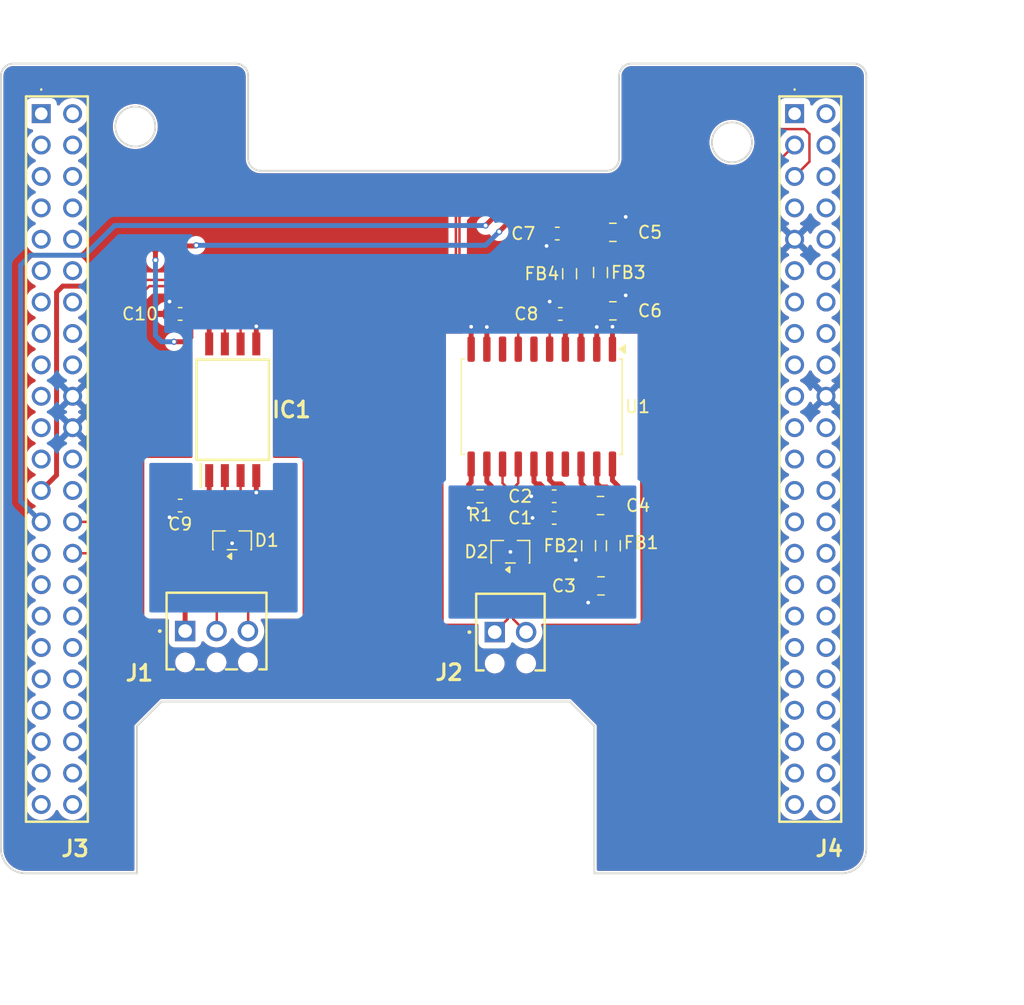
<source format=kicad_pcb>
(kicad_pcb (version 20241229) (generator "pcbnew") (generator_version "9.0")
  (title_block (rev "${REVISION}") (company "Author:") (comment 1 "Reviewer:"))
  (layers (0 "F.Cu" signal) (4 "In1.Cu" signal) (6 "In2.Cu" signal) (2 "B.Cu" signal) (13 "F.Paste" user) (15 "B.Paste" user) (5 "F.SilkS" user "F.Silkscreen") (7 "B.SilkS" user "B.Silkscreen") (1 "F.Mask" user) (3 "B.Mask" user) (25 "Edge.Cuts" user))
  (property "REVISION" "1.0")
  (net 0 "")
  (net 47 "GND")
  (net 81 "+3V3")
  (net 82 "+5V")
  (net 83 "/can/VISOIN")
  (net 84 "CAN_GND_ISO")
  (net 85 "/can/VISOOUT")
  (net 86 "/can/GNDISO")
  (net 87 "/can/VCC")
  (net 88 "/can/VIO")
  (net 89 "GNDREF")
  (net 90 "O_UART_TX")
  (net 91 "O_UART_RX")
  (net 92 "UART_RX")
  (net 93 "UART_TX")
  (net 94 "CAN_RX")
  (net 95 "CAN_TX")
  (net 99 "/can/RS")
  (net 103 "CAN_P")
  (net 104 "CAN_N")
  (net 105 "+3V")
  (footprint "Inductor_SMD:L_0805_2012Metric_Pad1.05x1.20mm_HandSolder" (layer "F.Cu") (at 165.5375 89.5 90)
    (property "Reference" "FB1" (at 0.25 2.25 180) (layer "F.SilkS"))
    (property "Value" "2K@100MHz")
    (pad "1" smd roundrect (at -1.15 0 90) (size 1.05 1.2) (layers "F.Cu" "F.Mask" "F.Paste") (roundrect_rratio 0.238095) (net 83 "/can/VISOIN"))
    (pad "2" smd roundrect (at 1.15 0 90) (size 1.05 1.2) (layers "F.Cu" "F.Mask" "F.Paste") (roundrect_rratio 0.238095) (net 85 "/can/VISOOUT"))
  )
  (footprint "Capacitor_SMD:C_0805_2012Metric_Pad1.18x1.45mm_HandSolder" (layer "F.Cu") (at 164.5375 92.75)
    (property "Reference" "C3" (at -3 0 0) (layer "F.SilkS"))
    (property "Value" "47u")
    (pad "1" smd roundrect (at -1.0375 0) (size 1.175 1.45) (layers "F.Cu" "F.Mask" "F.Paste") (roundrect_rratio 0.212766) (net 84 "CAN_GND_ISO"))
    (pad "2" smd roundrect (at 1.0375 0) (size 1.175 1.45) (layers "F.Cu" "F.Mask" "F.Paste") (roundrect_rratio 0.212766) (net 83 "/can/VISOIN"))
  )
  (footprint "PLC_STM:SOIC127P1150X280-8N" (layer "F.Cu") (at 134.75 78.5 90)
    (property "Reference" "IC1" (at 0 4.75 180) (layer "F.SilkS") (effects (font (size 1.27 1.27) (thickness 0.254))))
    (property "Value" "ISO7721FQDWVRQ1" (hide yes))
    (pad "1" smd rect (at -5.325 -1.905 180) (size 0.65 1.85) (layers "F.Cu" "F.Mask" "F.Paste") (net 105 "+3V"))
    (pad "2" smd rect (at -5.325 -0.635 180) (size 0.65 1.85) (layers "F.Cu" "F.Mask" "F.Paste") (net 90 "O_UART_TX"))
    (pad "3" smd rect (at -5.325 0.635 180) (size 0.65 1.85) (layers "F.Cu" "F.Mask" "F.Paste") (net 91 "O_UART_RX"))
    (pad "4" smd rect (at -5.325 1.905 180) (size 0.65 1.85) (layers "F.Cu" "F.Mask" "F.Paste") (net 89 "GNDREF"))
    (pad "5" smd rect (at 5.325 1.905 180) (size 0.65 1.85) (layers "F.Cu" "F.Mask" "F.Paste") (net 47 "GND"))
    (pad "6" smd rect (at 5.325 0.635 180) (size 0.65 1.85) (layers "F.Cu" "F.Mask" "F.Paste") (net 93 "UART_TX"))
    (pad "7" smd rect (at 5.325 -0.635 180) (size 0.65 1.85) (layers "F.Cu" "F.Mask" "F.Paste") (net 92 "UART_RX"))
    (pad "8" smd rect (at 5.325 -1.905 180) (size 0.65 1.85) (layers "F.Cu" "F.Mask" "F.Paste") (net 81 "+3V3"))
  )
  (footprint "PLC_STM:PRT12790" (layer "F.Cu") (at 180.2 54.55 -90)
    (property "Reference" "J4" (at 59.45 -2.8 0) (layer "F.SilkS") (effects (font (size 1.27 1.27) (thickness 0.254))))
    (property "Value" "NUCLEO RIGHT" (hide yes))
    (pad "1" thru_hole rect (at 0 0 270) (size 1.53 1.53) (drill 1.02) (layers "*.Cu" "*.Mask"))
    (pad "2" thru_hole circle (at 0 -2.54 270) (size 1.53 1.53) (drill 1.02) (layers "*.Cu" "*.Mask"))
    (pad "3" thru_hole circle (at 2.54 0 270) (size 1.53 1.53) (drill 1.02) (layers "*.Cu" "*.Mask") (net 94 "CAN_RX"))
    (pad "4" thru_hole circle (at 2.54 -2.54 270) (size 1.53 1.53) (drill 1.02) (layers "*.Cu" "*.Mask"))
    (pad "5" thru_hole circle (at 5.08 0 270) (size 1.53 1.53) (drill 1.02) (layers "*.Cu" "*.Mask") (net 95 "CAN_TX"))
    (pad "6" thru_hole circle (at 5.08 -2.54 270) (size 1.53 1.53) (drill 1.02) (layers "*.Cu" "*.Mask"))
    (pad "7" thru_hole circle (at 7.62 0 270) (size 1.53 1.53) (drill 1.02) (layers "*.Cu" "*.Mask"))
    (pad "8" thru_hole circle (at 7.62 -2.54 270) (size 1.53 1.53) (drill 1.02) (layers "*.Cu" "*.Mask"))
    (pad "9" thru_hole circle (at 10.16 0 270) (size 1.53 1.53) (drill 1.02) (layers "*.Cu" "*.Mask") (net 47 "GND"))
    (pad "10" thru_hole circle (at 10.16 -2.54 270) (size 1.53 1.53) (drill 1.02) (layers "*.Cu" "*.Mask"))
    (pad "11" thru_hole circle (at 12.7 0 270) (size 1.53 1.53) (drill 1.02) (layers "*.Cu" "*.Mask"))
    (pad "12" thru_hole circle (at 12.7 -2.54 270) (size 1.53 1.53) (drill 1.02) (layers "*.Cu" "*.Mask"))
    (pad "13" thru_hole circle (at 15.24 0 270) (size 1.53 1.53) (drill 1.02) (layers "*.Cu" "*.Mask"))
    (pad "14" thru_hole circle (at 15.24 -2.54 270) (size 1.53 1.53) (drill 1.02) (layers "*.Cu" "*.Mask"))
    (pad "15" thru_hole circle (at 17.78 0 270) (size 1.53 1.53) (drill 1.02) (layers "*.Cu" "*.Mask"))
    (pad "16" thru_hole circle (at 17.78 -2.54 270) (size 1.53 1.53) (drill 1.02) (layers "*.Cu" "*.Mask"))
    (pad "17" thru_hole circle (at 20.32 0 270) (size 1.53 1.53) (drill 1.02) (layers "*.Cu" "*.Mask"))
    (pad "18" thru_hole circle (at 20.32 -2.54 270) (size 1.53 1.53) (drill 1.02) (layers "*.Cu" "*.Mask"))
    (pad "19" thru_hole circle (at 22.86 0 270) (size 1.53 1.53) (drill 1.02) (layers "*.Cu" "*.Mask"))
    (pad "20" thru_hole circle (at 22.86 -2.54 270) (size 1.53 1.53) (drill 1.02) (layers "*.Cu" "*.Mask") (net 47 "GND"))
    (pad "21" thru_hole circle (at 25.4 0 270) (size 1.53 1.53) (drill 1.02) (layers "*.Cu" "*.Mask"))
    (pad "22" thru_hole circle (at 25.4 -2.54 270) (size 1.53 1.53) (drill 1.02) (layers "*.Cu" "*.Mask"))
    (pad "23" thru_hole circle (at 27.94 0 270) (size 1.53 1.53) (drill 1.02) (layers "*.Cu" "*.Mask"))
    (pad "24" thru_hole circle (at 27.94 -2.54 270) (size 1.53 1.53) (drill 1.02) (layers "*.Cu" "*.Mask"))
    (pad "25" thru_hole circle (at 30.48 0 270) (size 1.53 1.53) (drill 1.02) (layers "*.Cu" "*.Mask"))
    (pad "26" thru_hole circle (at 30.48 -2.54 270) (size 1.53 1.53) (drill 1.02) (layers "*.Cu" "*.Mask"))
    (pad "27" thru_hole circle (at 33.02 0 270) (size 1.53 1.53) (drill 1.02) (layers "*.Cu" "*.Mask"))
    (pad "28" thru_hole circle (at 33.02 -2.54 270) (size 1.53 1.53) (drill 1.02) (layers "*.Cu" "*.Mask"))
    (pad "29" thru_hole circle (at 35.56 0 270) (size 1.53 1.53) (drill 1.02) (layers "*.Cu" "*.Mask"))
    (pad "30" thru_hole circle (at 35.56 -2.54 270) (size 1.53 1.53) (drill 1.02) (layers "*.Cu" "*.Mask"))
    (pad "31" thru_hole circle (at 38.1 0 270) (size 1.53 1.53) (drill 1.02) (layers "*.Cu" "*.Mask"))
    (pad "32" thru_hole circle (at 38.1 -2.54 270) (size 1.53 1.53) (drill 1.02) (layers "*.Cu" "*.Mask"))
    (pad "33" thru_hole circle (at 40.64 0 270) (size 1.53 1.53) (drill 1.02) (layers "*.Cu" "*.Mask"))
    (pad "34" thru_hole circle (at 40.64 -2.54 270) (size 1.53 1.53) (drill 1.02) (layers "*.Cu" "*.Mask"))
    (pad "35" thru_hole circle (at 43.18 0 270) (size 1.53 1.53) (drill 1.02) (layers "*.Cu" "*.Mask"))
    (pad "36" thru_hole circle (at 43.18 -2.54 270) (size 1.53 1.53) (drill 1.02) (layers "*.Cu" "*.Mask"))
    (pad "37" thru_hole circle (at 45.72 0 270) (size 1.53 1.53) (drill 1.02) (layers "*.Cu" "*.Mask"))
    (pad "38" thru_hole circle (at 45.72 -2.54 270) (size 1.53 1.53) (drill 1.02) (layers "*.Cu" "*.Mask"))
    (pad "39" thru_hole circle (at 48.26 0 270) (size 1.53 1.53) (drill 1.02) (layers "*.Cu" "*.Mask"))
    (pad "40" thru_hole circle (at 48.26 -2.54 270) (size 1.53 1.53) (drill 1.02) (layers "*.Cu" "*.Mask"))
    (pad "41" thru_hole circle (at 50.8 0 270) (size 1.53 1.53) (drill 1.02) (layers "*.Cu" "*.Mask"))
    (pad "42" thru_hole circle (at 50.8 -2.54 270) (size 1.53 1.53) (drill 1.02) (layers "*.Cu" "*.Mask"))
    (pad "43" thru_hole circle (at 53.34 0 270) (size 1.53 1.53) (drill 1.02) (layers "*.Cu" "*.Mask"))
    (pad "44" thru_hole circle (at 53.34 -2.54 270) (size 1.53 1.53) (drill 1.02) (layers "*.Cu" "*.Mask"))
    (pad "45" thru_hole circle (at 55.88 0 270) (size 1.53 1.53) (drill 1.02) (layers "*.Cu" "*.Mask"))
    (pad "46" thru_hole circle (at 55.88 -2.54 270) (size 1.53 1.53) (drill 1.02) (layers "*.Cu" "*.Mask"))
  )
  (footprint "Capacitor_SMD:C_0603_1608Metric_Pad1.08x0.95mm_HandSolder" (layer "F.Cu") (at 130.5 86.25)
    (property "Reference" "C9" (at 0 1.5 0) (layer "F.SilkS"))
    (property "Value" "100n")
    (pad "1" smd roundrect (at -0.8625 0) (size 1.075 0.95) (layers "F.Cu" "F.Mask" "F.Paste") (net 89 "GNDREF"))
    (pad "2" smd roundrect (at 0.8625 0) (size 1.075 0.95) (layers "F.Cu" "F.Mask" "F.Paste") (net 105 "+3V"))
  )
  (footprint "Package_TO_SOT_SMD:SOT-23" (layer "F.Cu") (at 134.7 89.0625 90)
    (property "Reference" "D1" (at 0 2.8 180) (layer "F.SilkS"))
    (property "Value" "SP0502BAHT")
    (pad "1" smd roundrect (at -0.9375 -0.95 90) (size 1.475 0.6) (layers "F.Cu" "F.Mask" "F.Paste") (net 90 "O_UART_TX"))
    (pad "2" smd roundrect (at -0.9375 0.95 90) (size 1.475 0.6) (layers "F.Cu" "F.Mask" "F.Paste") (net 91 "O_UART_RX"))
    (pad "3" smd roundrect (at 0.9375 0 90) (size 1.475 0.6) (layers "F.Cu" "F.Mask" "F.Paste") (net 89 "GNDREF"))
  )
  (footprint "Capacitor_SMD:C_0603_1608Metric_Pad1.08x0.95mm_HandSolder" (layer "F.Cu") (at 161 64.25 180)
    (property "Reference" "C7" (at 2.75 0 0) (layer "F.SilkS"))
    (property "Value" "100n")
    (pad "1" smd roundrect (at -0.8625 0 180) (size 1.075 0.95) (layers "F.Cu" "F.Mask" "F.Paste") (net 81 "+3V3"))
    (pad "2" smd roundrect (at 0.8625 0 180) (size 1.075 0.95) (layers "F.Cu" "F.Mask" "F.Paste") (net 47 "GND"))
  )
  (footprint "Inductor_SMD:L_0805_2012Metric_Pad1.05x1.20mm_HandSolder" (layer "F.Cu") (at 162 67.5 90)
    (property "Reference" "FB4" (at 0 -2.25 0) (layer "F.SilkS"))
    (property "Value" "2K@100MHz")
    (pad "1" smd roundrect (at -1.15 0 90) (size 1.05 1.2) (layers "F.Cu" "F.Mask" "F.Paste") (roundrect_rratio 0.238095) (net 88 "/can/VIO"))
    (pad "2" smd roundrect (at 1.15 0 90) (size 1.05 1.2) (layers "F.Cu" "F.Mask" "F.Paste") (roundrect_rratio 0.238095) (net 81 "+3V3"))
  )
  (footprint "Package_SO:SOIC-20W_7.5x12.8mm_P1.27mm" (layer "F.Cu") (at 159.75 78.25 -90)
    (property "Reference" "U1" (at 0 -7.75 180) (layer "F.SilkS"))
    (property "Value" "ADM3057ExRW")
    (pad "1" smd roundrect (at -4.65 -5.715 270) (size 2.05 0.6) (layers "F.Cu" "F.Mask" "F.Paste") (net 47 "GND"))
    (pad "2" smd roundrect (at -4.65 -4.445 270) (size 2.05 0.6) (layers "F.Cu" "F.Mask" "F.Paste") (net 47 "GND"))
    (pad "3" smd roundrect (at -4.65 -3.175 270) (size 2.05 0.6) (layers "F.Cu" "F.Mask" "F.Paste") (net 87 "/can/VCC"))
    (pad "4" smd roundrect (at -4.65 -1.905 270) (size 2.05 0.6) (layers "F.Cu" "F.Mask" "F.Paste") (net 88 "/can/VIO"))
    (pad "5" smd roundrect (at -4.65 -0.635 270) (size 2.05 0.6) (layers "F.Cu" "F.Mask" "F.Paste") (net 94 "CAN_RX"))
    (pad "6" smd roundrect (at -4.65 0.635 270) (size 2.05 0.6) (layers "F.Cu" "F.Mask" "F.Paste"))
    (pad "7" smd roundrect (at -4.65 1.905 270) (size 2.05 0.6) (layers "F.Cu" "F.Mask" "F.Paste") (net 95 "CAN_TX"))
    (pad "8" smd roundrect (at -4.65 3.175 270) (size 2.05 0.6) (layers "F.Cu" "F.Mask" "F.Paste"))
    (pad "9" smd roundrect (at -4.65 4.445 270) (size 2.05 0.6) (layers "F.Cu" "F.Mask" "F.Paste") (net 47 "GND"))
    (pad "10" smd roundrect (at -4.65 5.715 270) (size 2.05 0.6) (layers "F.Cu" "F.Mask" "F.Paste") (net 47 "GND"))
    (pad "11" smd roundrect (at 4.65 5.715 270) (size 2.05 0.6) (layers "F.Cu" "F.Mask" "F.Paste") (net 84 "CAN_GND_ISO"))
    (pad "12" smd roundrect (at 4.65 4.445 270) (size 2.05 0.6) (layers "F.Cu" "F.Mask" "F.Paste") (net 99 "/can/RS"))
    (pad "13" smd roundrect (at 4.65 3.175 270) (size 2.05 0.6) (layers "F.Cu" "F.Mask" "F.Paste") (net 104 "CAN_N"))
    (pad "14" smd roundrect (at 4.65 1.905 270) (size 2.05 0.6) (layers "F.Cu" "F.Mask" "F.Paste") (net 103 "CAN_P"))
    (pad "15" smd roundrect (at 4.65 0.635 270) (size 2.05 0.6) (layers "F.Cu" "F.Mask" "F.Paste") (net 84 "CAN_GND_ISO"))
    (pad "16" smd roundrect (at 4.65 -0.635 270) (size 2.05 0.6) (layers "F.Cu" "F.Mask" "F.Paste") (net 83 "/can/VISOIN"))
    (pad "17" smd roundrect (at 4.65 -1.905 270) (size 2.05 0.6) (layers "F.Cu" "F.Mask" "F.Paste"))
    (pad "18" smd roundrect (at 4.65 -3.175 270) (size 2.05 0.6) (layers "F.Cu" "F.Mask" "F.Paste") (net 86 "/can/GNDISO"))
    (pad "19" smd roundrect (at 4.65 -4.445 270) (size 2.05 0.6) (layers "F.Cu" "F.Mask" "F.Paste") (net 85 "/can/VISOOUT"))
    (pad "20" smd roundrect (at 4.65 -5.715 270) (size 2.05 0.6) (layers "F.Cu" "F.Mask" "F.Paste") (net 86 "/can/GNDISO"))
  )
  (footprint "Capacitor_SMD:C_0603_1608Metric_Pad1.08x0.95mm_HandSolder" (layer "F.Cu") (at 160.75 87.25)
    (property "Reference" "C1" (at -2.75 0 0) (layer "F.SilkS"))
    (property "Value" "100n")
    (pad "1" smd roundrect (at -0.8625 0) (size 1.075 0.95) (layers "F.Cu" "F.Mask" "F.Paste") (net 84 "CAN_GND_ISO"))
    (pad "2" smd roundrect (at 0.8625 0) (size 1.075 0.95) (layers "F.Cu" "F.Mask" "F.Paste") (net 83 "/can/VISOIN"))
  )
  (footprint "Resistor_SMD:R_0603_1608Metric_Pad0.98x0.95mm_HandSolder" (layer "F.Cu") (at 154.75 85.5)
    (property "Reference" "R1" (at 0 1.5 0) (layer "F.SilkS"))
    (property "Value" "100k")
    (pad "1" smd roundrect (at -0.9125 0) (size 0.975 0.95) (layers "F.Cu" "F.Mask" "F.Paste") (net 84 "CAN_GND_ISO"))
    (pad "2" smd roundrect (at 0.9125 0) (size 0.975 0.95) (layers "F.Cu" "F.Mask" "F.Paste") (net 99 "/can/RS"))
  )
  (footprint "Capacitor_SMD:C_0603_1608Metric_Pad1.08x0.95mm_HandSolder" (layer "F.Cu") (at 160.75 85.5 180)
    (property "Reference" "C2" (at 2.75 0 0) (layer "F.SilkS"))
    (property "Value" "10n")
    (pad "1" smd roundrect (at -0.8625 0 180) (size 1.075 0.95) (layers "F.Cu" "F.Mask" "F.Paste") (net 83 "/can/VISOIN"))
    (pad "2" smd roundrect (at 0.8625 0 180) (size 1.075 0.95) (layers "F.Cu" "F.Mask" "F.Paste") (net 84 "CAN_GND_ISO"))
  )
  (footprint "Capacitor_SMD:C_0805_2012Metric_Pad1.18x1.45mm_HandSolder" (layer "F.Cu") (at 164.5 86.25)
    (property "Reference" "C4" (at 3.0375 0 0) (layer "F.SilkS"))
    (property "Value" "47u")
    (pad "1" smd roundrect (at -1.0375 0) (size 1.175 1.45) (layers "F.Cu" "F.Mask" "F.Paste") (roundrect_rratio 0.212766) (net 86 "/can/GNDISO"))
    (pad "2" smd roundrect (at 1.0375 0) (size 1.175 1.45) (layers "F.Cu" "F.Mask" "F.Paste") (roundrect_rratio 0.212766) (net 85 "/can/VISOOUT"))
  )
  (footprint "PLC_STM:1725669" (layer "F.Cu") (at 130.9 96.4)
    (property "Reference" "J1" (at -3.7 3.4 0) (layer "F.SilkS") (effects (font (size 1.27 1.27) (thickness 0.254))))
    (property "Value" "UART" (hide yes))
    (pad "" np_thru_hole circle (at 0 2.54) (size 1.1 1.1) (drill 1.1) (layers "*.Cu" "*.Mask"))
    (pad "" np_thru_hole circle (at 2.54 2.54) (size 1.1 1.1) (drill 1.1) (layers "*.Cu" "*.Mask"))
    (pad "" np_thru_hole circle (at 5.08 2.54) (size 1.1 1.1) (drill 1.1) (layers "*.Cu" "*.Mask"))
    (pad "1" thru_hole rect (at 0 0) (size 1.65 1.65) (drill 1.1) (layers "*.Cu" "*.Mask") (net 105 "+3V"))
    (pad "2" thru_hole circle (at 2.54 0) (size 1.65 1.65) (drill 1.1) (layers "*.Cu" "*.Mask") (net 90 "O_UART_TX"))
    (pad "3" thru_hole circle (at 5.08 0) (size 1.65 1.65) (drill 1.1) (layers "*.Cu" "*.Mask") (net 91 "O_UART_RX"))
  )
  (footprint "PLC_STM:1725656" (layer "F.Cu") (at 155.941 96.485251)
    (property "Reference" "J2" (at -3.691 3.264749 0) (layer "F.SilkS") (effects (font (size 1.27 1.27) (thickness 0.254))))
    (property "Value" "CAN" (hide yes))
    (pad "" np_thru_hole circle (at 0 2.54) (size 1.1 1.1) (drill 1.1) (layers "*.Cu" "*.Mask"))
    (pad "" np_thru_hole circle (at 2.54 2.54) (size 1.1 1.1) (drill 1.1) (layers "*.Cu" "*.Mask"))
    (pad "1" thru_hole rect (at 0 0) (size 1.65 1.65) (drill 1.1) (layers "*.Cu" "*.Mask") (net 104 "CAN_N"))
    (pad "2" thru_hole circle (at 2.54 0) (size 1.65 1.65) (drill 1.1) (layers "*.Cu" "*.Mask") (net 103 "CAN_P"))
  )
  (footprint "Capacitor_SMD:C_0805_2012Metric_Pad1.18x1.45mm_HandSolder" (layer "F.Cu") (at 165.5 64.15 180)
    (property "Reference" "C5" (at -3 0 0) (layer "F.SilkS"))
    (property "Value" "47u")
    (pad "1" smd roundrect (at -1.0375 0 180) (size 1.175 1.45) (layers "F.Cu" "F.Mask" "F.Paste") (roundrect_rratio 0.212766) (net 47 "GND"))
    (pad "2" smd roundrect (at 1.0375 0 180) (size 1.175 1.45) (layers "F.Cu" "F.Mask" "F.Paste") (roundrect_rratio 0.212766) (net 82 "+5V"))
  )
  (footprint "Capacitor_SMD:C_0805_2012Metric_Pad1.18x1.45mm_HandSolder" (layer "F.Cu") (at 165.5 70.5)
    (property "Reference" "C6" (at 3 0 0) (layer "F.SilkS"))
    (property "Value" "47u")
    (pad "1" smd roundrect (at -1.0375 0) (size 1.175 1.45) (layers "F.Cu" "F.Mask" "F.Paste") (roundrect_rratio 0.212766) (net 87 "/can/VCC"))
    (pad "2" smd roundrect (at 1.0375 0) (size 1.175 1.45) (layers "F.Cu" "F.Mask" "F.Paste") (roundrect_rratio 0.212766) (net 47 "GND"))
  )
  (footprint "Inductor_SMD:L_0805_2012Metric_Pad1.05x1.20mm_HandSolder" (layer "F.Cu") (at 164.5 67.4 90)
    (property "Reference" "FB3" (at 0 2.25 180) (layer "F.SilkS"))
    (property "Value" "2K@100MHz")
    (pad "1" smd roundrect (at -1.15 0 90) (size 1.05 1.2) (layers "F.Cu" "F.Mask" "F.Paste") (roundrect_rratio 0.238095) (net 87 "/can/VCC"))
    (pad "2" smd roundrect (at 1.15 0 90) (size 1.05 1.2) (layers "F.Cu" "F.Mask" "F.Paste") (roundrect_rratio 0.238095) (net 82 "+5V"))
  )
  (footprint "PLC_STM:PRT12790" (layer "F.Cu") (at 119.26 54.55 -90)
    (property "Reference" "J3" (at 59.45 -2.74 0) (layer "F.SilkS") (effects (font (size 1.27 1.27) (thickness 0.254))))
    (property "Value" "NUCLEO LEFT" (hide yes))
    (pad "1" thru_hole rect (at 0 0 270) (size 1.53 1.53) (drill 1.02) (layers "*.Cu" "*.Mask"))
    (pad "2" thru_hole circle (at 0 -2.54 270) (size 1.53 1.53) (drill 1.02) (layers "*.Cu" "*.Mask"))
    (pad "3" thru_hole circle (at 2.54 0 270) (size 1.53 1.53) (drill 1.02) (layers "*.Cu" "*.Mask"))
    (pad "4" thru_hole circle (at 2.54 -2.54 270) (size 1.53 1.53) (drill 1.02) (layers "*.Cu" "*.Mask"))
    (pad "5" thru_hole circle (at 5.08 0 270) (size 1.53 1.53) (drill 1.02) (layers "*.Cu" "*.Mask"))
    (pad "6" thru_hole circle (at 5.08 -2.54 270) (size 1.53 1.53) (drill 1.02) (layers "*.Cu" "*.Mask"))
    (pad "7" thru_hole circle (at 7.62 0 270) (size 1.53 1.53) (drill 1.02) (layers "*.Cu" "*.Mask"))
    (pad "8" thru_hole circle (at 7.62 -2.54 270) (size 1.53 1.53) (drill 1.02) (layers "*.Cu" "*.Mask"))
    (pad "9" thru_hole circle (at 10.16 0 270) (size 1.53 1.53) (drill 1.02) (layers "*.Cu" "*.Mask"))
    (pad "10" thru_hole circle (at 10.16 -2.54 270) (size 1.53 1.53) (drill 1.02) (layers "*.Cu" "*.Mask"))
    (pad "11" thru_hole circle (at 12.7 0 270) (size 1.53 1.53) (drill 1.02) (layers "*.Cu" "*.Mask"))
    (pad "12" thru_hole circle (at 12.7 -2.54 270) (size 1.53 1.53) (drill 1.02) (layers "*.Cu" "*.Mask"))
    (pad "13" thru_hole circle (at 15.24 0 270) (size 1.53 1.53) (drill 1.02) (layers "*.Cu" "*.Mask"))
    (pad "14" thru_hole circle (at 15.24 -2.54 270) (size 1.53 1.53) (drill 1.02) (layers "*.Cu" "*.Mask"))
    (pad "15" thru_hole circle (at 17.78 0 270) (size 1.53 1.53) (drill 1.02) (layers "*.Cu" "*.Mask"))
    (pad "16" thru_hole circle (at 17.78 -2.54 270) (size 1.53 1.53) (drill 1.02) (layers "*.Cu" "*.Mask"))
    (pad "17" thru_hole circle (at 20.32 0 270) (size 1.53 1.53) (drill 1.02) (layers "*.Cu" "*.Mask"))
    (pad "18" thru_hole circle (at 20.32 -2.54 270) (size 1.53 1.53) (drill 1.02) (layers "*.Cu" "*.Mask"))
    (pad "19" thru_hole circle (at 22.86 0 270) (size 1.53 1.53) (drill 1.02) (layers "*.Cu" "*.Mask"))
    (pad "20" thru_hole circle (at 22.86 -2.54 270) (size 1.53 1.53) (drill 1.02) (layers "*.Cu" "*.Mask") (net 47 "GND"))
    (pad "21" thru_hole circle (at 25.4 0 270) (size 1.53 1.53) (drill 1.02) (layers "*.Cu" "*.Mask"))
    (pad "22" thru_hole circle (at 25.4 -2.54 270) (size 1.53 1.53) (drill 1.02) (layers "*.Cu" "*.Mask") (net 47 "GND"))
    (pad "23" thru_hole circle (at 27.94 0 270) (size 1.53 1.53) (drill 1.02) (layers "*.Cu" "*.Mask"))
    (pad "24" thru_hole circle (at 27.94 -2.54 270) (size 1.53 1.53) (drill 1.02) (layers "*.Cu" "*.Mask"))
    (pad "25" thru_hole circle (at 30.48 0 270) (size 1.53 1.53) (drill 1.02) (layers "*.Cu" "*.Mask") (net 81 "+3V3"))
    (pad "26" thru_hole circle (at 30.48 -2.54 270) (size 1.53 1.53) (drill 1.02) (layers "*.Cu" "*.Mask"))
    (pad "27" thru_hole circle (at 33.02 0 270) (size 1.53 1.53) (drill 1.02) (layers "*.Cu" "*.Mask") (net 82 "+5V"))
    (pad "28" thru_hole circle (at 33.02 -2.54 270) (size 1.53 1.53) (drill 1.02) (layers "*.Cu" "*.Mask") (net 93 "UART_TX"))
    (pad "29" thru_hole circle (at 35.56 0 270) (size 1.53 1.53) (drill 1.02) (layers "*.Cu" "*.Mask"))
    (pad "30" thru_hole circle (at 35.56 -2.54 270) (size 1.53 1.53) (drill 1.02) (layers "*.Cu" "*.Mask") (net 92 "UART_RX"))
    (pad "31" thru_hole circle (at 38.1 0 270) (size 1.53 1.53) (drill 1.02) (layers "*.Cu" "*.Mask"))
    (pad "32" thru_hole circle (at 38.1 -2.54 270) (size 1.53 1.53) (drill 1.02) (layers "*.Cu" "*.Mask"))
    (pad "33" thru_hole circle (at 40.64 0 270) (size 1.53 1.53) (drill 1.02) (layers "*.Cu" "*.Mask"))
    (pad "34" thru_hole circle (at 40.64 -2.54 270) (size 1.53 1.53) (drill 1.02) (layers "*.Cu" "*.Mask"))
    (pad "35" thru_hole circle (at 43.18 0 270) (size 1.53 1.53) (drill 1.02) (layers "*.Cu" "*.Mask"))
    (pad "36" thru_hole circle (at 43.18 -2.54 270) (size 1.53 1.53) (drill 1.02) (layers "*.Cu" "*.Mask"))
    (pad "37" thru_hole circle (at 45.72 0 270) (size 1.53 1.53) (drill 1.02) (layers "*.Cu" "*.Mask"))
    (pad "38" thru_hole circle (at 45.72 -2.54 270) (size 1.53 1.53) (drill 1.02) (layers "*.Cu" "*.Mask"))
    (pad "39" thru_hole circle (at 48.26 0 270) (size 1.53 1.53) (drill 1.02) (layers "*.Cu" "*.Mask"))
    (pad "40" thru_hole circle (at 48.26 -2.54 270) (size 1.53 1.53) (drill 1.02) (layers "*.Cu" "*.Mask"))
    (pad "41" thru_hole circle (at 50.8 0 270) (size 1.53 1.53) (drill 1.02) (layers "*.Cu" "*.Mask"))
    (pad "42" thru_hole circle (at 50.8 -2.54 270) (size 1.53 1.53) (drill 1.02) (layers "*.Cu" "*.Mask"))
    (pad "43" thru_hole circle (at 53.34 0 270) (size 1.53 1.53) (drill 1.02) (layers "*.Cu" "*.Mask"))
    (pad "44" thru_hole circle (at 53.34 -2.54 270) (size 1.53 1.53) (drill 1.02) (layers "*.Cu" "*.Mask"))
    (pad "45" thru_hole circle (at 55.88 0 270) (size 1.53 1.53) (drill 1.02) (layers "*.Cu" "*.Mask"))
    (pad "46" thru_hole circle (at 55.88 -2.54 270) (size 1.53 1.53) (drill 1.02) (layers "*.Cu" "*.Mask"))
  )
  (footprint "Package_TO_SOT_SMD:SOT-23-3" (layer "F.Cu") (at 157.211 89.985251 90)
    (property "Reference" "D2" (at 0 -2.75 180) (layer "F.SilkS"))
    (property "Value" "PESD5V0L2BT,215")
    (pad "1" smd roundrect (at -1.1375 -0.95 90) (size 1.325 0.6) (layers "F.Cu" "F.Mask" "F.Paste") (net 104 "CAN_N"))
    (pad "2" smd roundrect (at -1.1375 0.95 90) (size 1.325 0.6) (layers "F.Cu" "F.Mask" "F.Paste") (net 103 "CAN_P"))
    (pad "3" smd roundrect (at 1.1375 0 90) (size 1.325 0.6) (layers "F.Cu" "F.Mask" "F.Paste") (net 84 "CAN_GND_ISO"))
  )
  (footprint "Capacitor_SMD:C_0603_1608Metric_Pad1.08x0.95mm_HandSolder" (layer "F.Cu") (at 161.25 70.75 180)
    (property "Reference" "C8" (at 2.75 0 0) (layer "F.SilkS"))
    (property "Value" "10n")
    (pad "1" smd roundrect (at -0.8625 0 180) (size 1.075 0.95) (layers "F.Cu" "F.Mask" "F.Paste") (net 88 "/can/VIO"))
    (pad "2" smd roundrect (at 0.8625 0 180) (size 1.075 0.95) (layers "F.Cu" "F.Mask" "F.Paste") (net 47 "GND"))
  )
  (footprint "Capacitor_SMD:C_0603_1608Metric_Pad1.08x0.95mm_HandSolder" (layer "F.Cu") (at 130.5 70.75)
    (property "Reference" "C10" (at -3.25 0 0) (layer "F.SilkS"))
    (property "Value" "100n")
    (pad "1" smd roundrect (at -0.8625 0) (size 1.075 0.95) (layers "F.Cu" "F.Mask" "F.Paste") (net 47 "GND"))
    (pad "2" smd roundrect (at 0.8625 0) (size 1.075 0.95) (layers "F.Cu" "F.Mask" "F.Paste") (net 81 "+3V3"))
  )
  (footprint "Inductor_SMD:L_0805_2012Metric_Pad1.05x1.20mm_HandSolder" (layer "F.Cu") (at 163.5375 89.5 -90)
    (property "Reference" "FB2" (at 0 2.25 0) (layer "F.SilkS"))
    (property "Value" "2K@100MHz")
    (pad "1" smd roundrect (at -1.15 0 270) (size 1.05 1.2) (layers "F.Cu" "F.Mask" "F.Paste") (roundrect_rratio 0.238095) (net 86 "/can/GNDISO"))
    (pad "2" smd roundrect (at 1.15 0 270) (size 1.05 1.2) (layers "F.Cu" "F.Mask" "F.Paste") (roundrect_rratio 0.238095) (net 84 "CAN_GND_ISO"))
  )
  (gr_arc (start 118 116) (mid 116.585786 115.414214) (end 116 114) (stroke (width 0.15)) (layer "Edge.Cuts"))
  (gr_arc (start 166 58.17) (mid 165.707107 58.877107) (end 165 59.17) (stroke (width 0.15)) (layer "Edge.Cuts"))
  (gr_line (start 185 50.5) (end 167 50.5) (stroke (width 0.15)) (layer "Edge.Cuts"))
  (gr_line (start 164 104.1) (end 162 102.1) (stroke (width 0.15)) (layer "Edge.Cuts"))
  (gr_line (start 116 114) (end 116 51.5) (stroke (width 0.15)) (layer "Edge.Cuts"))
  (gr_circle (center 126.87 55.59) (end 128.49 55.59) (stroke (width 0.15)) (fill no) (layer "Edge.Cuts"))
  (gr_arc (start 135 50.5) (mid 135.707107 50.792893) (end 136 51.5) (stroke (width 0.15)) (layer "Edge.Cuts"))
  (gr_line (start 166 51.5) (end 166 58.17) (stroke (width 0.15)) (layer "Edge.Cuts"))
  (gr_line (start 186 114) (end 186 51.5) (stroke (width 0.15)) (layer "Edge.Cuts"))
  (gr_circle (center 175.13 56.87) (end 176.75 56.87) (stroke (width 0.15)) (fill no) (layer "Edge.Cuts"))
  (gr_line (start 165 59.17) (end 137 59.17) (stroke (width 0.15)) (layer "Edge.Cuts"))
  (gr_arc (start 186 114) (mid 185.414214 115.414214) (end 184 116) (stroke (width 0.15)) (layer "Edge.Cuts"))
  (gr_arc (start 116 51.5) (mid 116.292893 50.792893) (end 117 50.5) (stroke (width 0.15)) (layer "Edge.Cuts"))
  (gr_arc (start 137 59.17) (mid 136.292893 58.877107) (end 136 58.17) (stroke (width 0.15)) (layer "Edge.Cuts"))
  (gr_line (start 127 116) (end 127 104.1) (stroke (width 0.15)) (layer "Edge.Cuts"))
  (gr_line (start 129 102.1) (end 162 102.1) (stroke (width 0.15)) (layer "Edge.Cuts"))
  (gr_line (start 117 50.5) (end 135 50.5) (stroke (width 0.15)) (layer "Edge.Cuts"))
  (gr_arc (start 185 50.5) (mid 185.707107 50.792893) (end 186 51.5) (stroke (width 0.15)) (layer "Edge.Cuts"))
  (gr_line (start 136 51.5) (end 136 58.17) (stroke (width 0.15)) (layer "Edge.Cuts"))
  (gr_line (start 164 116) (end 184 116) (stroke (width 0.15)) (layer "Edge.Cuts"))
  (gr_line (start 118 116) (end 127 116) (stroke (width 0.15)) (layer "Edge.Cuts"))
  (gr_line (start 164 104.1) (end 164 116) (stroke (width 0.15)) (layer "Edge.Cuts"))
  (gr_arc (start 166 51.5) (mid 166.292893 50.792893) (end 167 50.5) (stroke (width 0.15)) (layer "Edge.Cuts"))
  (gr_line (start 127 104.1) (end 129 102.1) (stroke (width 0.15)) (layer "Edge.Cuts"))
  (segment (start 165.465 71.785) (end 165.465 73.6) (width 0.4) (layer "F.Cu") (net 47))
  (segment (start 129.6375 69.75) (end 129.6375 70.75) (width 0.4) (layer "F.Cu") (net 47))
  (segment (start 164.195 71.805) (end 164.195 73.6) (width 0.4) (layer "F.Cu") (net 47))
  (segment (start 166.5375 62.9) (end 166.5375 64.15) (width 0.4) (layer "F.Cu") (net 47))
  (segment (start 136.655 71.75) (end 136.655 73.175) (width 0.4) (layer "F.Cu") (net 47))
  (segment (start 160.3875 69.75) (end 160.3875 70.75) (width 0.4) (layer "F.Cu") (net 47))
  (segment (start 155.305 71.805) (end 155.305 73.6) (width 0.4) (layer "F.Cu") (net 47))
  (segment (start 160.1375 65.25) (end 160.1375 64.25) (width 0.4) (layer "F.Cu") (net 47))
  (segment (start 166.5375 69.25) (end 166.5375 70.5) (width 0.4) (layer "F.Cu") (net 47))
  (segment (start 154.035 71.785) (end 154.035 73.6) (width 0.4) (layer "F.Cu") (net 47))
  (via (at 166.5375 69.25) (size 0.5) (drill 0.3) (layers "F.Cu" "B.Cu") (net 47))
  (via (at 165.465 71.785) (size 0.5) (drill 0.3) (layers "F.Cu" "B.Cu") (net 47))
  (via (at 154.035 71.785) (size 0.5) (drill 0.3) (layers "F.Cu" "B.Cu") (net 47))
  (via (at 129.6375 69.75) (size 0.5) (drill 0.3) (layers "F.Cu" "B.Cu") (net 47))
  (via (at 136.655 71.75) (size 0.5) (drill 0.3) (layers "F.Cu" "B.Cu") (net 47))
  (via (at 155.305 71.805) (size 0.5) (drill 0.3) (layers "F.Cu" "B.Cu") (net 47))
  (via (at 160.1375 65.25) (size 0.5) (drill 0.3) (layers "F.Cu" "B.Cu") (net 47))
  (via (at 160.3875 69.75) (size 0.5) (drill 0.3) (layers "F.Cu" "B.Cu") (net 47))
  (via (at 166.5375 62.9) (size 0.5) (drill 0.3) (layers "F.Cu" "B.Cu") (net 47))
  (via (at 164.195 71.805) (size 0.5) (drill 0.3) (layers "F.Cu" "B.Cu") (net 47))
  (segment (start 120.5 83.79) (end 120.5 69) (width 0.4) (layer "F.Cu") (net 81))
  (segment (start 158 63) (end 157.4 63) (width 0.4) (layer "F.Cu") (net 81))
  (segment (start 157.4 63) (end 156.3 64.1) (width 0.4) (layer "F.Cu") (net 81))
  (segment (start 120.5 69) (end 121 68.5) (width 0.4) (layer "F.Cu") (net 81))
  (segment (start 131 73) (end 130 73) (width 0.4) (layer "F.Cu") (net 81))
  (segment (start 131.8 65.2) (end 131.75 65.25) (width 0.4) (layer "F.Cu") (net 81))
  (segment (start 132.845 73.175) (end 132.845 71.445) (width 0.4) (layer "F.Cu") (net 81))
  (segment (start 161.8625 64.25) (end 161.8625 65.1125) (width 0.4) (layer "F.Cu") (net 81))
  (segment (start 161.8625 63.4625) (end 161.4 63) (width 0.4) (layer "F.Cu") (net 81))
  (segment (start 128.05 65.25) (end 128.5 65.7) (width 0.4) (layer "F.Cu") (net 81))
  (segment (start 128.95 65.25) (end 128.5 65.7) (width 0.4) (layer "F.Cu") (net 81))
  (segment (start 161.8625 64.25) (end 161.8625 63.4625) (width 0.4) (layer "F.Cu") (net 81))
  (segment (start 161.4 63) (end 158 63) (width 0.4) (layer "F.Cu") (net 81))
  (segment (start 121 68.5) (end 123 68.5) (width 0.4) (layer "F.Cu") (net 81))
  (segment (start 161.8625 65.1125) (end 162 65.25) (width 0.4) (layer "F.Cu") (net 81))
  (segment (start 126.25 65.25) (end 128.05 65.25) (width 0.4) (layer "F.Cu") (net 81))
  (segment (start 131.3625 72.6375) (end 131.3625 70.75) (width 0.4) (layer "F.Cu") (net 81))
  (segment (start 128.5 65.7) (end 128.5 66.4) (width 0.4) (layer "F.Cu") (net 81))
  (segment (start 131.75 65.25) (end 128.95 65.25) (width 0.4) (layer "F.Cu") (net 81))
  (segment (start 123 68.5) (end 126.25 65.25) (width 0.4) (layer "F.Cu") (net 81))
  (segment (start 119.26 85.03) (end 120.5 83.79) (width 0.4) (layer "F.Cu") (net 81))
  (segment (start 131.3625 72.6375) (end 131 73) (width 0.4) (layer "F.Cu") (net 81))
  (segment (start 162 65.25) (end 162 66.35) (width 0.4) (layer "F.Cu") (net 81))
  (segment (start 132.845 71.445) (end 132.15 70.75) (width 0.4) (layer "F.Cu") (net 81))
  (segment (start 132.15 70.75) (end 131.3625 70.75) (width 0.4) (layer "F.Cu") (net 81))
  (via (at 131.8 65.2) (size 0.5) (drill 0.3) (layers "F.Cu" "B.Cu") (net 81))
  (via (at 128.5 66.4) (size 0.5) (drill 0.3) (layers "F.Cu" "B.Cu") (net 81))
  (via (at 156.3 64.1) (size 0.5) (drill 0.3) (layers "F.Cu" "B.Cu") (net 81))
  (via (at 130 73) (size 0.5) (drill 0.3) (layers "F.Cu" "B.Cu") (net 81))
  (segment (start 156.3 64.1) (end 155.2 65.2) (width 0.4) (layer "B.Cu") (net 81))
  (segment (start 155.2 65.2) (end 131.8 65.2) (width 0.4) (layer "B.Cu") (net 81))
  (segment (start 129 73) (end 130 73) (width 0.4) (layer "B.Cu") (net 81))
  (segment (start 128.5 66.4) (end 128.5 72.5) (width 0.4) (layer "B.Cu") (net 81))
  (segment (start 128.5 72.5) (end 129 73) (width 0.4) (layer "B.Cu") (net 81))
  (segment (start 155.2 63.6) (end 156.4 62.4) (width 0.4) (layer "F.Cu") (net 82))
  (segment (start 156.4 62.4) (end 163.9 62.4) (width 0.4) (layer "F.Cu") (net 82))
  (segment (start 164.5 66.25) (end 164.5 64.1875) (width 0.4) (layer "F.Cu") (net 82))
  (segment (start 164.4625 62.9625) (end 164.4625 64.15) (width 0.4) (layer "F.Cu") (net 82))
  (segment (start 163.9 62.4) (end 164.4625 62.9625) (width 0.4) (layer "F.Cu") (net 82))
  (via (at 155.2 63.6) (size 0.5) (drill 0.3) (layers "F.Cu" "B.Cu") (net 82))
  (segment (start 117.6 66.8) (end 117.6 85.91) (width 0.4) (layer "B.Cu") (net 82))
  (segment (start 155.2 63.6) (end 125.2 63.6) (width 0.4) (layer "B.Cu") (net 82))
  (segment (start 122.79659 66.00341) (end 118.39659 66.00341) (width 0.4) (layer "B.Cu") (net 82))
  (segment (start 125.2 63.6) (end 122.79659 66.00341) (width 0.4) (layer "B.Cu") (net 82))
  (segment (start 118.39659 66.00341) (end 117.6 66.8) (width 0.4) (layer "B.Cu") (net 82))
  (segment (start 117.6 85.91) (end 119.26 87.57) (width 0.4) (layer "B.Cu") (net 82))
  (segment (start 165.575 92.75) (end 164.75 92.75) (width 0.4) (layer "F.Cu") (net 83))
  (segment (start 164.6 92.6) (end 164.6 92) (width 0.4) (layer "F.Cu") (net 83))
  (segment (start 164.2 91.6) (end 162.2125 91.6) (width 0.4) (layer "F.Cu") (net 83))
  (segment (start 165.5375 90.65) (end 165.5375 92.7125) (width 0.4) (layer "F.Cu") (net 83))
  (segment (start 162.2125 91.6) (end 161.6125 91) (width 0.4) (layer "F.Cu") (net 83))
  (segment (start 164.75 92.75) (end 164.6 92.6) (width 0.4) (layer "F.Cu") (net 83))
  (segment (start 160.385 84.185) (end 160.7 84.5) (width 0.4) (layer "F.Cu") (net 83))
  (segment (start 161.3 84.5) (end 161.6125 84.8125) (width 0.4) (layer "F.Cu") (net 83))
  (segment (start 164.6 92) (end 164.2 91.6) (width 0.4) (layer "F.Cu") (net 83))
  (segment (start 160.7 84.5) (end 161.3 84.5) (width 0.4) (layer "F.Cu") (net 83))
  (segment (start 161.6125 87.25) (end 161.6125 85.5) (width 0.4) (layer "F.Cu") (net 83))
  (segment (start 161.6125 87.25) (end 161.6125 91) (width 0.4) (layer "F.Cu") (net 83))
  (segment (start 161.6125 84.8125) (end 161.6125 85.5) (width 0.4) (layer "F.Cu") (net 83))
  (segment (start 160.385 82.9) (end 160.385 84.185) (width 0.4) (layer "F.Cu") (net 83))
  (segment (start 165.5375 92.7125) (end 165.575 92.75) (width 0.4) (layer "F.Cu") (net 83))
  (segment (start 157.211 90) (end 157.211 88.847751) (width 0.4) (layer "F.Cu") (net 84))
  (segment (start 154.035 84.365) (end 153.8375 84.5625) (width 0.4) (layer "F.Cu") (net 84))
  (segment (start 159.115 82.9) (end 159.115 84.315) (width 0.4) (layer "F.Cu") (net 84))
  (segment (start 162.5 90.65) (end 163.5375 90.65) (width 0.4) (layer "F.Cu") (net 84))
  (segment (start 159 87.25) (end 159.8875 87.25) (width 0.4) (layer "F.Cu") (net 84))
  (segment (start 154.035 82.9) (end 154.035 84.365) (width 0.4) (layer "F.Cu") (net 84))
  (segment (start 153.8375 86.4375) (end 153.8375 85.5) (width 0.4) (layer "F.Cu") (net 84))
  (segment (start 159.3 84.5) (end 159.6 84.5) (width 0.4) (layer "F.Cu") (net 84))
  (segment (start 159.6 84.5) (end 159.8875 84.7875) (width 0.4) (layer "F.Cu") (net 84))
  (segment (start 163.5 92.75) (end 163.5 94.1) (width 0.4) (layer "F.Cu") (net 84))
  (segment (start 159.8875 84.7875) (end 159.8875 85.5) (width 0.4) (layer "F.Cu") (net 84))
  (segment (start 159.115 84.315) (end 159.3 84.5) (width 0.4) (layer "F.Cu") (net 84))
  (segment (start 158.9 85.5) (end 159.8875 85.5) (width 0.4) (layer "F.Cu") (net 84))
  (segment (start 153.8375 84.5625) (end 153.8375 85.5) (width 0.4) (layer "F.Cu") (net 84))
  (via (at 153.8375 86.4375) (size 0.5) (drill 0.3) (layers "F.Cu" "B.Cu") (net 84))
  (via (at 162.5 90.65) (size 0.5) (drill 0.3) (layers "F.Cu" "B.Cu") (net 84))
  (via (at 158.9 85.5) (size 0.5) (drill 0.3) (layers "F.Cu" "B.Cu") (net 84))
  (via (at 157.211 90) (size 0.5) (drill 0.3) (layers "F.Cu" "B.Cu") (net 84))
  (via (at 159 87.25) (size 0.5) (drill 0.3) (layers "F.Cu" "B.Cu") (net 84))
  (via (at 163.5 94.1) (size 0.5) (drill 0.3) (layers "F.Cu" "B.Cu") (net 84))
  (segment (start 164.195 84.445) (end 164.195 82.9) (width 0.4) (layer "F.Cu") (net 85))
  (segment (start 165.5375 88.35) (end 165.5375 86.25) (width 0.4) (layer "F.Cu") (net 85))
  (segment (start 165.5375 86.25) (end 165.5375 85.2875) (width 0.4) (layer "F.Cu") (net 85))
  (segment (start 165 84.75) (end 164.5 84.75) (width 0.4) (layer "F.Cu") (net 85))
  (segment (start 165.5375 85.2875) (end 165 84.75) (width 0.4) (layer "F.Cu") (net 85))
  (segment (start 164.5 84.75) (end 164.195 84.445) (width 0.4) (layer "F.Cu") (net 85))
  (segment (start 166.75 89) (end 166.25 89.5) (width 0.4) (layer "F.Cu") (net 86))
  (segment (start 163.5375 89.2875) (end 163.5375 88.35) (width 0.4) (layer "F.Cu") (net 86))
  (segment (start 166.75 85.5) (end 166.75 89) (width 0.4) (layer "F.Cu") (net 86))
  (segment (start 165.465 82.9) (end 165.465 84.215) (width 0.4) (layer "F.Cu") (net 86))
  (segment (start 163.75 89.5) (end 163.5375 89.2875) (width 0.4) (layer "F.Cu") (net 86))
  (segment (start 166.25 89.5) (end 163.75 89.5) (width 0.4) (layer "F.Cu") (net 86))
  (segment (start 165.465 84.215) (end 166.75 85.5) (width 0.4) (layer "F.Cu") (net 86))
  (segment (start 163.5375 88.35) (end 163.5375 86.325) (width 0.4) (layer "F.Cu") (net 86))
  (segment (start 163.4625 84.9625) (end 163.4625 86.25) (width 0.4) (layer "F.Cu") (net 86))
  (segment (start 163.5375 86.325) (end 163.4625 86.25) (width 0.4) (layer "F.Cu") (net 86))
  (segment (start 162.925 82.9) (end 162.925 84.425) (width 0.4) (layer "F.Cu") (net 86))
  (segment (start 162.925 84.425) (end 163.4625 84.9625) (width 0.4) (layer "F.Cu") (net 86))
  (segment (start 162.925 72.075) (end 162.925 73.6) (width 0.4) (layer "F.Cu") (net 87))
  (segment (start 164.4625 70.5) (end 163.5 70.5) (width 0.4) (layer "F.Cu") (net 87))
  (segment (start 164.4625 70.5) (end 164.4625 68.5875) (width 0.4) (layer "F.Cu") (net 87))
  (segment (start 163.25 71.75) (end 162.925 72.075) (width 0.4) (layer "F.Cu") (net 87))
  (segment (start 164.4625 68.5875) (end 164.5 68.55) (width 0.4) (layer "F.Cu") (net 87))
  (segment (start 163.5 70.5) (end 163.25 70.75) (width 0.4) (layer "F.Cu") (net 87))
  (segment (start 163.25 70.75) (end 163.25 71.75) (width 0.4) (layer "F.Cu") (net 87))
  (segment (start 162.1125 71.8875) (end 162.1125 70.75) (width 0.4) (layer "F.Cu") (net 88))
  (segment (start 162.1125 69.7125) (end 162 69.6) (width 0.4) (layer "F.Cu") (net 88))
  (segment (start 162 69.6) (end 162 68.65) (width 0.4) (layer "F.Cu") (net 88))
  (segment (start 162.1125 70.75) (end 162.1125 69.7125) (width 0.4) (layer "F.Cu") (net 88))
  (segment (start 161.655 72.345) (end 162.1125 71.8875) (width 0.4) (layer "F.Cu") (net 88))
  (segment (start 161.655 73.6) (end 161.655 72.345) (width 0.4) (layer "F.Cu") (net 88))
  (segment (start 136.655 85.2) (end 136.655 83.825) (width 0.4) (layer "F.Cu") (net 89))
  (segment (start 134.7 89.3) (end 134.7 88.125) (width 0.4) (layer "F.Cu") (net 89))
  (segment (start 129.6375 87.2) (end 129.6375 86.25) (width 0.4) (layer "F.Cu") (net 89))
  (via (at 129.6375 87.2) (size 0.5) (drill 0.3) (layers "F.Cu" "B.Cu") (net 89))
  (via (at 136.655 85.2) (size 0.5) (drill 0.3) (layers "F.Cu" "B.Cu") (net 89))
  (via (at 134.7 89.3) (size 0.5) (drill 0.3) (layers "F.Cu" "B.Cu") (net 89))
  (segment (start 134.115 86.135) (end 134.115 83.825) (width 0.2) (layer "F.Cu") (net 90))
  (segment (start 133.75 92) (end 133.75 90) (width 0.2) (layer "F.Cu") (net 90))
  (segment (start 133.75 86.5) (end 134.115 86.135) (width 0.2) (layer "F.Cu") (net 90))
  (segment (start 133.46 96.46) (end 133.46 92.29) (width 0.2) (layer "F.Cu") (net 90))
  (segment (start 133.46 92.29) (end 133.75 92) (width 0.2) (layer "F.Cu") (net 90))
  (segment (start 133.75 90) (end 133.75 86.5) (width 0.2) (layer "F.Cu") (net 90))
  (segment (start 135.65 86.4) (end 135.385 86.135) (width 0.2) (layer "F.Cu") (net 91))
  (segment (start 136 96.46) (end 136 92.25) (width 0.2) (layer "F.Cu") (net 91))
  (segment (start 135.65 90) (end 135.65 86.4) (width 0.2) (layer "F.Cu") (net 91))
  (segment (start 136 92.25) (end 135.65 91.9) (width 0.2) (layer "F.Cu") (net 91))
  (segment (start 135.385 86.135) (end 135.385 83.825) (width 0.2) (layer "F.Cu") (net 91))
  (segment (start 135.65 91.9) (end 135.65 90) (width 0.2) (layer "F.Cu") (net 91))
  (segment (start 133.4 68.5) (end 134.115 69.215) (width 0.2) (layer "F.Cu") (net 92))
  (segment (start 123.89 90.11) (end 125.5 88.5) (width 0.2) (layer "F.Cu") (net 92))
  (segment (start 134.115 69.215) (end 134.115 73.175) (width 0.2) (layer "F.Cu") (net 92))
  (segment (start 125.5 71) (end 128 68.5) (width 0.2) (layer "F.Cu") (net 92))
  (segment (start 121.8 90.11) (end 123.89 90.11) (width 0.2) (layer "F.Cu") (net 92))
  (segment (start 125.5 88.5) (end 125.5 71) (width 0.2) (layer "F.Cu") (net 92))
  (segment (start 128 68.5) (end 133.4 68.5) (width 0.2) (layer "F.Cu") (net 92))
  (segment (start 135.385 73.175) (end 135.385 69.635) (width 0.2) (layer "F.Cu") (net 93))
  (segment (start 124.75 71) (end 124.75 86.5) (width 0.2) (layer "F.Cu") (net 93))
  (segment (start 135.385 69.635) (end 133.75 68) (width 0.2) (layer "F.Cu") (net 93))
  (segment (start 124.75 86.5) (end 123.68 87.57) (width 0.2) (layer "F.Cu") (net 93))
  (segment (start 123.68 87.57) (end 121.8 87.57) (width 0.2) (layer "F.Cu") (net 93))
  (segment (start 133.75 68) (end 127.75 68) (width 0.2) (layer "F.Cu") (net 93))
  (segment (start 127.75 68) (end 124.75 71) (width 0.2) (layer "F.Cu") (net 93))
  (segment (start 160.385 73.6) (end 160.385 72.185) (width 0.2) (layer "F.Cu") (net 94))
  (segment (start 155.320536 60.691) (end 176.599 60.691) (width 0.2) (layer "F.Cu") (net 94))
  (segment (start 158.3 70.1) (end 154.3 70.1) (width 0.2) (layer "F.Cu") (net 94))
  (segment (start 153.091 68.891) (end 153.091 62.920536) (width 0.2) (layer "F.Cu") (net 94))
  (segment (start 176.599 60.691) (end 180.2 57.09) (width 0.2) (layer "F.Cu") (net 94))
  (segment (start 154.3 70.1) (end 153.091 68.891) (width 0.2) (layer "F.Cu") (net 94))
  (segment (start 153.091 62.920536) (end 155.320536 60.691) (width 0.2) (layer "F.Cu") (net 94))
  (segment (start 160.385 72.185) (end 158.3 70.1) (width 0.2) (layer "F.Cu") (net 94))
  (segment (start 181.4 58.43) (end 180.2 59.63) (width 0.2) (layer "F.Cu") (net 95))
  (segment (start 157.845 72.045) (end 156.3 70.5) (width 0.2) (layer "F.Cu") (net 95))
  (segment (start 157.845 73.6) (end 157.845 72.045) (width 0.2) (layer "F.Cu") (net 95))
  (segment (start 155.2 60.4) (end 176 60.4) (width 0.2) (layer "F.Cu") (net 95))
  (segment (start 178.8 55.8) (end 181 55.8) (width 0.2) (layer "F.Cu") (net 95))
  (segment (start 152.8 62.8) (end 155.2 60.4) (width 0.2) (layer "F.Cu") (net 95))
  (segment (start 152.8 69.25) (end 152.8 62.8) (width 0.2) (layer "F.Cu") (net 95))
  (segment (start 178.25 56.35) (end 178.8 55.8) (width 0.2) (layer "F.Cu") (net 95))
  (segment (start 154.05 70.5) (end 152.8 69.25) (width 0.2) (layer "F.Cu") (net 95))
  (segment (start 178.25 58.15) (end 178.25 56.35) (width 0.2) (layer "F.Cu") (net 95))
  (segment (start 181 55.8) (end 181.4 56.2) (width 0.2) (layer "F.Cu") (net 95))
  (segment (start 181.4 56.2) (end 181.4 58.43) (width 0.2) (layer "F.Cu") (net 95))
  (segment (start 156.3 70.5) (end 154.05 70.5) (width 0.2) (layer "F.Cu") (net 95))
  (segment (start 176 60.4) (end 178.25 58.15) (width 0.2) (layer "F.Cu") (net 95))
  (segment (start 155.305 84.305) (end 155.6625 84.6625) (width 0.4) (layer "F.Cu") (net 99))
  (segment (start 155.6625 84.6625) (end 155.6625 85.5) (width 0.4) (layer "F.Cu") (net 99))
  (segment (start 155.305 82.9) (end 155.305 84.305) (width 0.4) (layer "F.Cu") (net 99))
  (segment (start 157.436 95.440251) (end 157.436 92.841502) (width 0.2) (layer "F.Cu") (net 103))
  (segment (start 158.161 90.129) (end 157.702 89.67) (width 0.2) (layer "F.Cu") (net 103))
  (segment (start 158.161 92.116502) (end 158.161 91.122751) (width 0.2) (layer "F.Cu") (net 103))
  (segment (start 157.435 84.847501) (end 157.845 84.437501) (width 0.2) (layer "F.Cu") (net 103))
  (segment (start 157.436 92.841502) (end 158.161 92.116502) (width 0.2) (layer "F.Cu") (net 103))
  (segment (start 158.481 96.485251) (end 157.436 95.440251) (width 0.2) (layer "F.Cu") (net 103))
  (segment (start 157.506402 87.994251) (end 157.436 87.994251) (width 0.2) (layer "F.Cu") (net 103))
  (segment (start 157.702 89.67) (end 157.702 88.189849) (width 0.2) (layer "F.Cu") (net 103))
  (segment (start 157.702 88.189849) (end 157.506402 87.994251) (width 0.2) (layer "F.Cu") (net 103))
  (segment (start 157.845 84.437501) (end 157.845 82.9) (width 0.2) (layer "F.Cu") (net 103))
  (segment (start 157.436 87.994251) (end 157.436 85.925545) (width 0.2) (layer "F.Cu") (net 103))
  (segment (start 158.161 91.122751) (end 158.161 90.129) (width 0.2) (layer "F.Cu") (net 103))
  (segment (start 157.435 85.924545) (end 157.435 84.847501) (width 0.2) (layer "F.Cu") (net 103))
  (segment (start 157.436 85.925545) (end 157.435 85.924545) (width 0.2) (layer "F.Cu") (net 103))
  (segment (start 156.72 89.67) (end 156.72 88.189849) (width 0.2) (layer "F.Cu") (net 104))
  (segment (start 156.915598 87.994251) (end 156.986 87.994251) (width 0.2) (layer "F.Cu") (net 104))
  (segment (start 156.72 88.189849) (end 156.915598 87.994251) (width 0.2) (layer "F.Cu") (net 104))
  (segment (start 156.985 84.847501) (end 156.575 84.437501) (width 0.2) (layer "F.Cu") (net 104))
  (segment (start 156.986 87.994251) (end 156.986 86.097751) (width 0.2) (layer "F.Cu") (net 104))
  (segment (start 155.941 96.485251) (end 156.986 95.440251) (width 0.2) (layer "F.Cu") (net 104))
  (segment (start 156.261 91.122751) (end 156.261 90.129) (width 0.2) (layer "F.Cu") (net 104))
  (segment (start 156.986 92.841502) (end 156.261 92.116502) (width 0.2) (layer "F.Cu") (net 104))
  (segment (start 156.575 84.437501) (end 156.575 82.9) (width 0.2) (layer "F.Cu") (net 104))
  (segment (start 156.261 90.129) (end 156.72 89.67) (width 0.2) (layer "F.Cu") (net 104))
  (segment (start 156.985 86.096751) (end 156.985 84.847501) (width 0.2) (layer "F.Cu") (net 104))
  (segment (start 156.986 86.097751) (end 156.985 86.096751) (width 0.2) (layer "F.Cu") (net 104))
  (segment (start 156.261 92.116502) (end 156.261 91.122751) (width 0.2) (layer "F.Cu") (net 104))
  (segment (start 156.986 95.440251) (end 156.986 92.841502) (width 0.2) (layer "F.Cu") (net 104))
  (segment (start 132.25 86.25) (end 132.845 85.655) (width 0.4) (layer "F.Cu") (net 105))
  (segment (start 132.845 85.655) (end 132.845 83.825) (width 0.4) (layer "F.Cu") (net 105))
  (segment (start 130.9 91.2) (end 131.3625 90.7375) (width 0.4) (layer "F.Cu") (net 105))
  (segment (start 131.3625 86.25) (end 131.3625 90.7375) (width 0.4) (layer "F.Cu") (net 105))
  (segment (start 131.3625 86.25) (end 132.25 86.25) (width 0.4) (layer "F.Cu") (net 105))
  (segment (start 130.9 96.4) (end 130.9 91.2) (width 0.4) (layer "F.Cu") (net 105))
  (zone (net 89) (net_name "GNDREF") (layers "F.Cu" "B.Cu" "In1.Cu" "In2.Cu") (priority 100) (connect_pads (clearance 0)) (min_thickness 0.25) (fill yes (thermal_gap 0.5) (thermal_bridge_width 0.5))
    (polygon (pts (xy 128 82.8) (xy 140 82.8) (xy 140 94.9) (xy 128 94.9)))
  )
  (zone (net 0) (net_name "") (layers "F.Cu" "B.Cu" "In1.Cu" "In2.Cu") (connect_pads (clearance 0)) (min_thickness 0.25)
    (keepout (tracks allowed) (vias allowed) (pads allowed) (copperpour not_allowed) (footprints allowed))
    (fill (thermal_gap 0.5) (thermal_bridge_width 0.5))
    (polygon (pts (xy 152 72.35) (xy 152 84.15) (xy 167.5 84.15) (xy 167.5 72.35)))
  )
  (zone (net 0) (net_name "") (layers "F.Cu" "B.Cu" "In1.Cu" "In2.Cu") (connect_pads (clearance 0)) (min_thickness 0.25)
    (keepout (tracks allowed) (vias allowed) (pads allowed) (copperpour not_allowed) (footprints allowed))
    (fill (thermal_gap 0.5) (thermal_bridge_width 0.5))
    (polygon (pts (xy 131.5 72) (xy 131.5 85) (xy 138 85) (xy 138 72)))
  )
  (zone (net 47) (net_name "GND") (layers "F.Cu" "B.Cu" "In1.Cu" "In2.Cu") (connect_pads (clearance 0.5)) (min_thickness 0.25) (fill yes (thermal_gap 0.5) (thermal_bridge_width 0.5))
    (polygon (pts (xy 116 50.4) (xy 116 117.9) (xy 186 117.9) (xy 186 50.4)))
  )
  (zone (net 0) (net_name "") (layers "F.Cu" "In1.Cu" "In2.Cu") (connect_pads (clearance 0)) (min_thickness 0.25)
    (keepout (tracks allowed) (vias allowed) (pads allowed) (copperpour not_allowed) (footprints allowed))
    (fill (thermal_gap 0.5) (thermal_bridge_width 0.5))
    (polygon (pts (xy 151.8 84.2) (xy 151.82 95.8) (xy 167.74 95.8) (xy 167.7 84.2)))
  )
  (zone (net 0) (net_name "") (layers "F.Cu" "In1.Cu" "In2.Cu") (connect_pads (clearance 0)) (min_thickness 0.25)
    (keepout (tracks allowed) (vias allowed) (pads allowed) (copperpour not_allowed) (footprints allowed))
    (fill (thermal_gap 0.5) (thermal_bridge_width 0.5))
    (polygon (pts (xy 127.6 82.4) (xy 127.6 95.4) (xy 140.4 95.4) (xy 140.4 82.4)))
  )
  (zone (net 84) (net_name "CAN_GND_ISO") (layer "B.Cu") (priority 100) (connect_pads (clearance 0)) (min_thickness 0.25) (fill yes (thermal_gap 0.5) (thermal_bridge_width 0.5))
    (polygon (pts (xy 152.2 84.625) (xy 152.2 95.4) (xy 167.4 95.4) (xy 167.4 84.625)))
  )
)
</source>
